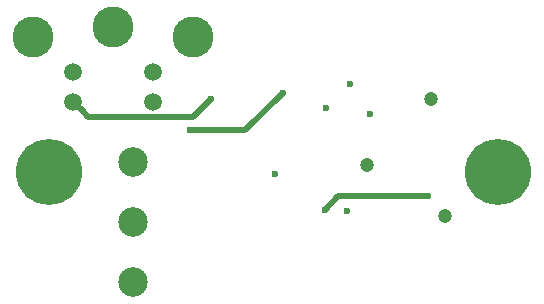
<source format=gbr>
G04 #@! TF.GenerationSoftware,KiCad,Pcbnew,(5.1.4)-1*
G04 #@! TF.CreationDate,2020-11-04T22:22:00+01:00*
G04 #@! TF.ProjectId,S-VHS ZX Spectrum Rev. D,532d5648-5320-45a5-9820-537065637472,rev?*
G04 #@! TF.SameCoordinates,Original*
G04 #@! TF.FileFunction,Copper,L4,Bot*
G04 #@! TF.FilePolarity,Positive*
%FSLAX46Y46*%
G04 Gerber Fmt 4.6, Leading zero omitted, Abs format (unit mm)*
G04 Created by KiCad (PCBNEW (5.1.4)-1) date 2020-11-04 22:22:00*
%MOMM*%
%LPD*%
G04 APERTURE LIST*
%ADD10C,5.600000*%
%ADD11C,1.500000*%
%ADD12C,3.465000*%
%ADD13C,2.499360*%
%ADD14C,0.600000*%
%ADD15C,1.200000*%
%ADD16C,0.500000*%
G04 APERTURE END LIST*
D10*
X138938000Y-102489000D03*
X176950000Y-102489000D03*
D11*
X140970000Y-93980000D03*
X147770000Y-93980000D03*
X140970000Y-96480000D03*
X147770000Y-96480000D03*
D12*
X137620000Y-90980000D03*
X144370000Y-90180000D03*
X151120000Y-90980000D03*
D13*
X146050000Y-111760000D03*
X146050000Y-101600000D03*
X146050000Y-106680000D03*
D14*
X158115000Y-102616000D03*
X162433000Y-97028000D03*
X164465000Y-94996000D03*
X166116000Y-97536000D03*
X164211000Y-105791000D03*
X171069000Y-104521000D03*
X162306000Y-105664000D03*
X168656000Y-104521000D03*
X152654000Y-96266000D03*
X158750000Y-95758000D03*
X150876000Y-98933000D03*
D15*
X171323000Y-96266000D03*
X172466000Y-106172000D03*
X165896500Y-101888500D03*
D16*
X169291000Y-104521000D02*
X171069000Y-104521000D01*
X169291000Y-104521000D02*
X168656000Y-104521000D01*
X163449000Y-104521000D02*
X162306000Y-105664000D01*
X168656000Y-104521000D02*
X163449000Y-104521000D01*
X141719999Y-97229999D02*
X140970000Y-96480000D01*
X142280000Y-97790000D02*
X141719999Y-97229999D01*
X151130000Y-97790000D02*
X142280000Y-97790000D01*
X152654000Y-96266000D02*
X151130000Y-97790000D01*
X158750000Y-95758000D02*
X155575000Y-98933000D01*
X155575000Y-98933000D02*
X150876000Y-98933000D01*
M02*

</source>
